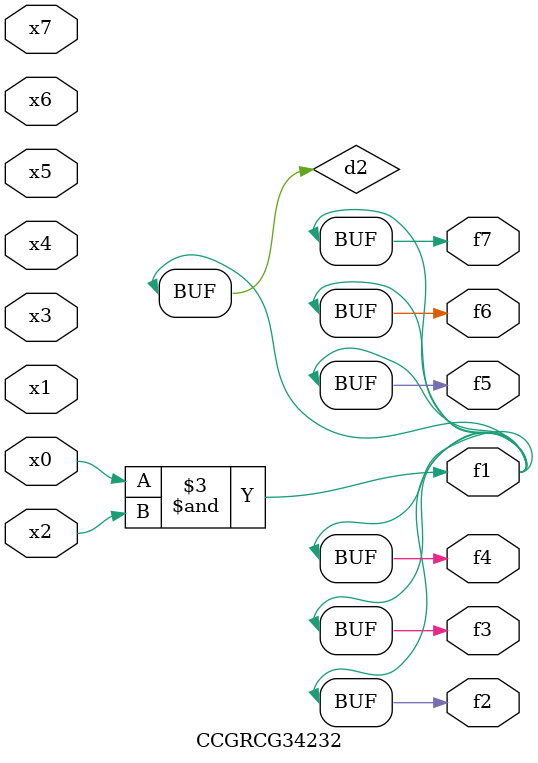
<source format=v>
module CCGRCG34232(
	input x0, x1, x2, x3, x4, x5, x6, x7,
	output f1, f2, f3, f4, f5, f6, f7
);

	wire d1, d2;

	nor (d1, x3, x6);
	and (d2, x0, x2);
	assign f1 = d2;
	assign f2 = d2;
	assign f3 = d2;
	assign f4 = d2;
	assign f5 = d2;
	assign f6 = d2;
	assign f7 = d2;
endmodule

</source>
